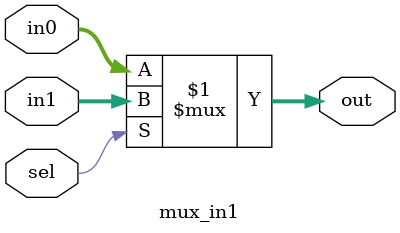
<source format=v>
`timescale 1ns / 1ps


module mux_in1(
input[15:0] in0, in1,
input sel,
output [15:0]out
);
assign out= sel? in1:in0;
endmodule


</source>
